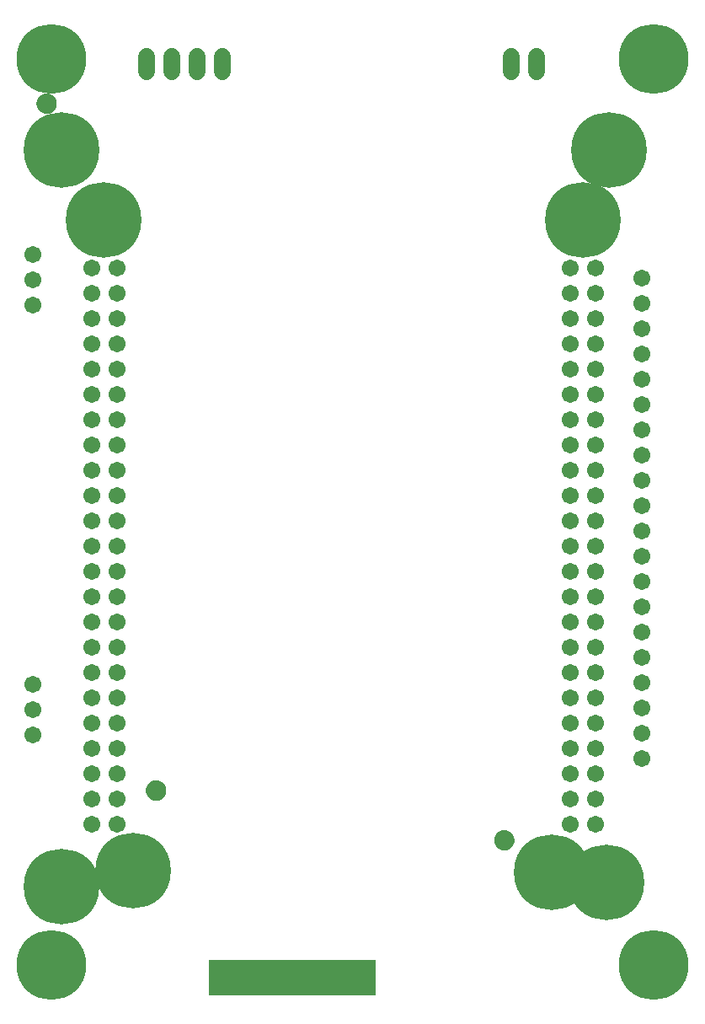
<source format=gbr>
G75*
%MOIN*%
%OFA0B0*%
%FSLAX24Y24*%
%IPPOS*%
%LPD*%
%AMOC8*
5,1,8,0,0,1.08239X$1,22.5*
%
%ADD10R,0.6618X0.1386*%
%ADD11C,0.0672*%
%ADD12C,0.0672*%
%ADD13C,0.0394*%
%ADD14C,0.0679*%
%ADD15C,0.2992*%
%ADD16C,0.2756*%
%ADD17C,0.0669*%
D10*
X011557Y001982D03*
D11*
X004603Y008049D03*
X004603Y009049D03*
X004603Y010049D03*
X004603Y011049D03*
X004603Y012049D03*
X004603Y013049D03*
X004603Y014049D03*
X004603Y015049D03*
X004603Y016049D03*
X004603Y017049D03*
X004603Y018049D03*
X004603Y019049D03*
X004603Y020049D03*
X004603Y021049D03*
X004603Y022049D03*
X004603Y023049D03*
X004603Y024049D03*
X004603Y025049D03*
X004603Y026049D03*
X004603Y027049D03*
X004603Y028049D03*
X004603Y029049D03*
X004603Y030049D03*
X003603Y030049D03*
X003603Y029049D03*
X003603Y028049D03*
X003603Y027049D03*
X003603Y026049D03*
X003603Y025049D03*
X003603Y024049D03*
X003603Y023049D03*
X003603Y022049D03*
X003603Y021049D03*
X003603Y020049D03*
X003603Y019049D03*
X003603Y018049D03*
X003603Y017049D03*
X003603Y016049D03*
X003603Y015049D03*
X003603Y014049D03*
X003603Y013049D03*
X003603Y012049D03*
X003603Y011049D03*
X003603Y010049D03*
X003603Y009049D03*
X003603Y008049D03*
X001276Y011592D03*
X001276Y012592D03*
X001276Y013592D03*
X001284Y028592D03*
X001284Y029592D03*
X001284Y030592D03*
X022532Y030049D03*
X022532Y029049D03*
X022532Y028049D03*
X022532Y027049D03*
X022532Y026049D03*
X022532Y025049D03*
X022532Y024049D03*
X022532Y023049D03*
X022532Y022049D03*
X022532Y021049D03*
X022532Y020049D03*
X022532Y019049D03*
X022532Y018049D03*
X022532Y017049D03*
X022532Y016049D03*
X022532Y015049D03*
X022532Y014049D03*
X022532Y013049D03*
X022532Y012049D03*
X022532Y011049D03*
X022532Y010049D03*
X022532Y009049D03*
X022532Y008049D03*
X023532Y008049D03*
X023532Y009049D03*
X023532Y010049D03*
X023532Y011049D03*
X023532Y012049D03*
X023532Y013049D03*
X023532Y014049D03*
X023532Y015049D03*
X023532Y016049D03*
X023532Y017049D03*
X023532Y018049D03*
X023532Y019049D03*
X023532Y020049D03*
X023532Y021049D03*
X023532Y022049D03*
X023532Y023049D03*
X023532Y024049D03*
X023532Y025049D03*
X023532Y026049D03*
X023532Y027049D03*
X023532Y028049D03*
X023532Y029049D03*
X023532Y030049D03*
X025370Y029631D03*
X025370Y028631D03*
X025370Y027631D03*
X025370Y026631D03*
X025370Y025631D03*
X025370Y024631D03*
X025370Y023631D03*
X025370Y022631D03*
X025370Y021631D03*
X025370Y020631D03*
X025370Y019631D03*
X025370Y018631D03*
X025370Y017631D03*
X025370Y016631D03*
X025370Y015631D03*
X025370Y014631D03*
X025370Y013631D03*
X025370Y012631D03*
X025370Y011631D03*
X025370Y010631D03*
D12*
X021221Y037823D02*
X021221Y038417D01*
X020221Y038417D02*
X020221Y037823D01*
D13*
X001626Y036545D02*
X001628Y036572D01*
X001634Y036599D01*
X001643Y036625D01*
X001656Y036649D01*
X001672Y036672D01*
X001691Y036691D01*
X001713Y036708D01*
X001737Y036722D01*
X001762Y036732D01*
X001789Y036739D01*
X001816Y036742D01*
X001844Y036741D01*
X001871Y036736D01*
X001897Y036728D01*
X001921Y036716D01*
X001944Y036700D01*
X001965Y036682D01*
X001982Y036661D01*
X001997Y036637D01*
X002008Y036612D01*
X002016Y036586D01*
X002020Y036559D01*
X002020Y036531D01*
X002016Y036504D01*
X002008Y036478D01*
X001997Y036453D01*
X001982Y036429D01*
X001965Y036408D01*
X001944Y036390D01*
X001922Y036374D01*
X001897Y036362D01*
X001871Y036354D01*
X001844Y036349D01*
X001816Y036348D01*
X001789Y036351D01*
X001762Y036358D01*
X001737Y036368D01*
X001713Y036382D01*
X001691Y036399D01*
X001672Y036418D01*
X001656Y036441D01*
X001643Y036465D01*
X001634Y036491D01*
X001628Y036518D01*
X001626Y036545D01*
X005957Y009380D02*
X005959Y009407D01*
X005965Y009434D01*
X005974Y009460D01*
X005987Y009484D01*
X006003Y009507D01*
X006022Y009526D01*
X006044Y009543D01*
X006068Y009557D01*
X006093Y009567D01*
X006120Y009574D01*
X006147Y009577D01*
X006175Y009576D01*
X006202Y009571D01*
X006228Y009563D01*
X006252Y009551D01*
X006275Y009535D01*
X006296Y009517D01*
X006313Y009496D01*
X006328Y009472D01*
X006339Y009447D01*
X006347Y009421D01*
X006351Y009394D01*
X006351Y009366D01*
X006347Y009339D01*
X006339Y009313D01*
X006328Y009288D01*
X006313Y009264D01*
X006296Y009243D01*
X006275Y009225D01*
X006253Y009209D01*
X006228Y009197D01*
X006202Y009189D01*
X006175Y009184D01*
X006147Y009183D01*
X006120Y009186D01*
X006093Y009193D01*
X006068Y009203D01*
X006044Y009217D01*
X006022Y009234D01*
X006003Y009253D01*
X005987Y009276D01*
X005974Y009300D01*
X005965Y009326D01*
X005959Y009353D01*
X005957Y009380D01*
X019736Y007411D02*
X019738Y007438D01*
X019744Y007465D01*
X019753Y007491D01*
X019766Y007515D01*
X019782Y007538D01*
X019801Y007557D01*
X019823Y007574D01*
X019847Y007588D01*
X019872Y007598D01*
X019899Y007605D01*
X019926Y007608D01*
X019954Y007607D01*
X019981Y007602D01*
X020007Y007594D01*
X020031Y007582D01*
X020054Y007566D01*
X020075Y007548D01*
X020092Y007527D01*
X020107Y007503D01*
X020118Y007478D01*
X020126Y007452D01*
X020130Y007425D01*
X020130Y007397D01*
X020126Y007370D01*
X020118Y007344D01*
X020107Y007319D01*
X020092Y007295D01*
X020075Y007274D01*
X020054Y007256D01*
X020032Y007240D01*
X020007Y007228D01*
X019981Y007220D01*
X019954Y007215D01*
X019926Y007214D01*
X019899Y007217D01*
X019872Y007224D01*
X019847Y007234D01*
X019823Y007248D01*
X019801Y007265D01*
X019782Y007284D01*
X019766Y007307D01*
X019753Y007331D01*
X019744Y007357D01*
X019738Y007384D01*
X019736Y007411D01*
D14*
X008762Y037811D02*
X008762Y038411D01*
X007762Y038411D02*
X007762Y037811D01*
X006762Y037811D02*
X006762Y038411D01*
X005762Y038411D02*
X005762Y037811D01*
D15*
X002410Y034726D03*
X004083Y031943D03*
X005244Y006214D03*
X002410Y005592D03*
X021800Y006155D03*
X023985Y005750D03*
X023059Y031943D03*
X024063Y034706D03*
D16*
X025839Y038317D03*
X002020Y038317D03*
X002020Y002490D03*
X025839Y002490D03*
D17*
X001331Y001801D03*
X001036Y002490D03*
X001331Y003179D03*
X002020Y003474D03*
X002709Y003179D03*
X003004Y002490D03*
X002709Y001801D03*
X002020Y001506D03*
X024855Y002490D03*
X025150Y003179D03*
X025839Y003474D03*
X026528Y003179D03*
X026823Y002490D03*
X026528Y001801D03*
X025839Y001506D03*
X025150Y001801D03*
X025839Y037332D03*
X025150Y037628D03*
X024855Y038317D03*
X025150Y039006D03*
X025839Y039301D03*
X026528Y039006D03*
X026823Y038317D03*
X026528Y037628D03*
X003004Y038317D03*
X002741Y038970D03*
X002020Y039301D03*
X001331Y039013D03*
X001036Y038317D03*
X001327Y037612D03*
X002020Y037332D03*
X002693Y037639D03*
M02*

</source>
